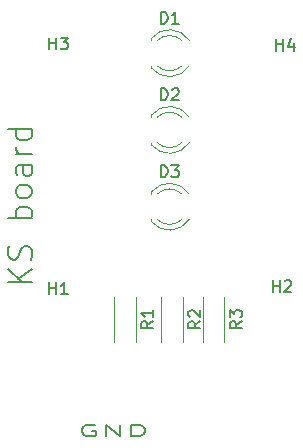
<source format=gbr>
%TF.GenerationSoftware,KiCad,Pcbnew,(5.1.6)-1*%
%TF.CreationDate,2020-07-24T15:46:23+02:00*%
%TF.ProjectId,Traffic_light_for_arduino,54726166-6669-4635-9f6c-696768745f66,rev?*%
%TF.SameCoordinates,Original*%
%TF.FileFunction,Legend,Top*%
%TF.FilePolarity,Positive*%
%FSLAX46Y46*%
G04 Gerber Fmt 4.6, Leading zero omitted, Abs format (unit mm)*
G04 Created by KiCad (PCBNEW (5.1.6)-1) date 2020-07-24 15:46:23*
%MOMM*%
%LPD*%
G01*
G04 APERTURE LIST*
%ADD10C,0.150000*%
%ADD11C,0.120000*%
G04 APERTURE END LIST*
D10*
X126104761Y-95376190D02*
X124104761Y-95376190D01*
X126104761Y-94233333D02*
X124961904Y-95090476D01*
X124104761Y-94233333D02*
X125247619Y-95376190D01*
X126009523Y-93471428D02*
X126104761Y-93185714D01*
X126104761Y-92709523D01*
X126009523Y-92519047D01*
X125914285Y-92423809D01*
X125723809Y-92328571D01*
X125533333Y-92328571D01*
X125342857Y-92423809D01*
X125247619Y-92519047D01*
X125152380Y-92709523D01*
X125057142Y-93090476D01*
X124961904Y-93280952D01*
X124866666Y-93376190D01*
X124676190Y-93471428D01*
X124485714Y-93471428D01*
X124295238Y-93376190D01*
X124200000Y-93280952D01*
X124104761Y-93090476D01*
X124104761Y-92614285D01*
X124200000Y-92328571D01*
X126104761Y-89947619D02*
X124104761Y-89947619D01*
X124866666Y-89947619D02*
X124771428Y-89757142D01*
X124771428Y-89376190D01*
X124866666Y-89185714D01*
X124961904Y-89090476D01*
X125152380Y-88995238D01*
X125723809Y-88995238D01*
X125914285Y-89090476D01*
X126009523Y-89185714D01*
X126104761Y-89376190D01*
X126104761Y-89757142D01*
X126009523Y-89947619D01*
X126104761Y-87852380D02*
X126009523Y-88042857D01*
X125914285Y-88138095D01*
X125723809Y-88233333D01*
X125152380Y-88233333D01*
X124961904Y-88138095D01*
X124866666Y-88042857D01*
X124771428Y-87852380D01*
X124771428Y-87566666D01*
X124866666Y-87376190D01*
X124961904Y-87280952D01*
X125152380Y-87185714D01*
X125723809Y-87185714D01*
X125914285Y-87280952D01*
X126009523Y-87376190D01*
X126104761Y-87566666D01*
X126104761Y-87852380D01*
X126104761Y-85471428D02*
X125057142Y-85471428D01*
X124866666Y-85566666D01*
X124771428Y-85757142D01*
X124771428Y-86138095D01*
X124866666Y-86328571D01*
X126009523Y-85471428D02*
X126104761Y-85661904D01*
X126104761Y-86138095D01*
X126009523Y-86328571D01*
X125819047Y-86423809D01*
X125628571Y-86423809D01*
X125438095Y-86328571D01*
X125342857Y-86138095D01*
X125342857Y-85661904D01*
X125247619Y-85471428D01*
X126104761Y-84519047D02*
X124771428Y-84519047D01*
X125152380Y-84519047D02*
X124961904Y-84423809D01*
X124866666Y-84328571D01*
X124771428Y-84138095D01*
X124771428Y-83947619D01*
X126104761Y-82423809D02*
X124104761Y-82423809D01*
X126009523Y-82423809D02*
X126104761Y-82614285D01*
X126104761Y-82995238D01*
X126009523Y-83185714D01*
X125914285Y-83280952D01*
X125723809Y-83376190D01*
X125152380Y-83376190D01*
X124961904Y-83280952D01*
X124866666Y-83185714D01*
X124771428Y-82995238D01*
X124771428Y-82614285D01*
X124866666Y-82423809D01*
X131476190Y-107500000D02*
X131285714Y-107452380D01*
X131000000Y-107452380D01*
X130714285Y-107500000D01*
X130523809Y-107595238D01*
X130428571Y-107690476D01*
X130333333Y-107880952D01*
X130333333Y-108023809D01*
X130428571Y-108214285D01*
X130523809Y-108309523D01*
X130714285Y-108404761D01*
X131000000Y-108452380D01*
X131190476Y-108452380D01*
X131476190Y-108404761D01*
X131571428Y-108357142D01*
X131571428Y-108023809D01*
X131190476Y-108023809D01*
X132428571Y-108452380D02*
X132428571Y-107452380D01*
X133571428Y-108452380D01*
X133571428Y-107452380D01*
X134523809Y-108452380D02*
X134523809Y-107452380D01*
X135000000Y-107452380D01*
X135285714Y-107500000D01*
X135476190Y-107595238D01*
X135571428Y-107690476D01*
X135666666Y-107880952D01*
X135666666Y-108023809D01*
X135571428Y-108214285D01*
X135476190Y-108309523D01*
X135285714Y-108404761D01*
X135000000Y-108452380D01*
X134523809Y-108452380D01*
D11*
%TO.C,R3*%
X142420000Y-96620000D02*
X142420000Y-100460000D01*
X140580000Y-96620000D02*
X140580000Y-100460000D01*
%TO.C,R2*%
X138920000Y-96620000D02*
X138920000Y-100460000D01*
X137080000Y-96620000D02*
X137080000Y-100460000D01*
%TO.C,R1*%
X134920000Y-96620000D02*
X134920000Y-100460000D01*
X133080000Y-96620000D02*
X133080000Y-100460000D01*
%TO.C,D3*%
X138811130Y-90079837D02*
G75*
G02*
X136729039Y-90080000I-1041130J1079837D01*
G01*
X138811130Y-87920163D02*
G75*
G03*
X136729039Y-87920000I-1041130J-1079837D01*
G01*
X139442335Y-90078608D02*
G75*
G02*
X136210000Y-90235516I-1672335J1078608D01*
G01*
X139442335Y-87921392D02*
G75*
G03*
X136210000Y-87764484I-1672335J-1078608D01*
G01*
X136210000Y-87764000D02*
X136210000Y-87920000D01*
X136210000Y-90080000D02*
X136210000Y-90236000D01*
%TO.C,D2*%
X138811130Y-83579837D02*
G75*
G02*
X136729039Y-83580000I-1041130J1079837D01*
G01*
X138811130Y-81420163D02*
G75*
G03*
X136729039Y-81420000I-1041130J-1079837D01*
G01*
X139442335Y-83578608D02*
G75*
G02*
X136210000Y-83735516I-1672335J1078608D01*
G01*
X139442335Y-81421392D02*
G75*
G03*
X136210000Y-81264484I-1672335J-1078608D01*
G01*
X136210000Y-81264000D02*
X136210000Y-81420000D01*
X136210000Y-83580000D02*
X136210000Y-83736000D01*
%TO.C,D1*%
X138811130Y-77079837D02*
G75*
G02*
X136729039Y-77080000I-1041130J1079837D01*
G01*
X138811130Y-74920163D02*
G75*
G03*
X136729039Y-74920000I-1041130J-1079837D01*
G01*
X139442335Y-77078608D02*
G75*
G02*
X136210000Y-77235516I-1672335J1078608D01*
G01*
X139442335Y-74921392D02*
G75*
G03*
X136210000Y-74764484I-1672335J-1078608D01*
G01*
X136210000Y-74764000D02*
X136210000Y-74920000D01*
X136210000Y-77080000D02*
X136210000Y-77236000D01*
%TO.C,H4*%
D10*
X146813095Y-75777380D02*
X146813095Y-74777380D01*
X146813095Y-75253571D02*
X147384523Y-75253571D01*
X147384523Y-75777380D02*
X147384523Y-74777380D01*
X148289285Y-75110714D02*
X148289285Y-75777380D01*
X148051190Y-74729761D02*
X147813095Y-75444047D01*
X148432142Y-75444047D01*
%TO.C,H3*%
X127588095Y-75677380D02*
X127588095Y-74677380D01*
X127588095Y-75153571D02*
X128159523Y-75153571D01*
X128159523Y-75677380D02*
X128159523Y-74677380D01*
X128540476Y-74677380D02*
X129159523Y-74677380D01*
X128826190Y-75058333D01*
X128969047Y-75058333D01*
X129064285Y-75105952D01*
X129111904Y-75153571D01*
X129159523Y-75248809D01*
X129159523Y-75486904D01*
X129111904Y-75582142D01*
X129064285Y-75629761D01*
X128969047Y-75677380D01*
X128683333Y-75677380D01*
X128588095Y-75629761D01*
X128540476Y-75582142D01*
%TO.C,H2*%
X146513095Y-96202380D02*
X146513095Y-95202380D01*
X146513095Y-95678571D02*
X147084523Y-95678571D01*
X147084523Y-96202380D02*
X147084523Y-95202380D01*
X147513095Y-95297619D02*
X147560714Y-95250000D01*
X147655952Y-95202380D01*
X147894047Y-95202380D01*
X147989285Y-95250000D01*
X148036904Y-95297619D01*
X148084523Y-95392857D01*
X148084523Y-95488095D01*
X148036904Y-95630952D01*
X147465476Y-96202380D01*
X148084523Y-96202380D01*
%TO.C,H1*%
X127588095Y-96402380D02*
X127588095Y-95402380D01*
X127588095Y-95878571D02*
X128159523Y-95878571D01*
X128159523Y-96402380D02*
X128159523Y-95402380D01*
X129159523Y-96402380D02*
X128588095Y-96402380D01*
X128873809Y-96402380D02*
X128873809Y-95402380D01*
X128778571Y-95545238D01*
X128683333Y-95640476D01*
X128588095Y-95688095D01*
%TO.C,R3*%
X143872380Y-98706666D02*
X143396190Y-99040000D01*
X143872380Y-99278095D02*
X142872380Y-99278095D01*
X142872380Y-98897142D01*
X142920000Y-98801904D01*
X142967619Y-98754285D01*
X143062857Y-98706666D01*
X143205714Y-98706666D01*
X143300952Y-98754285D01*
X143348571Y-98801904D01*
X143396190Y-98897142D01*
X143396190Y-99278095D01*
X142872380Y-98373333D02*
X142872380Y-97754285D01*
X143253333Y-98087619D01*
X143253333Y-97944761D01*
X143300952Y-97849523D01*
X143348571Y-97801904D01*
X143443809Y-97754285D01*
X143681904Y-97754285D01*
X143777142Y-97801904D01*
X143824761Y-97849523D01*
X143872380Y-97944761D01*
X143872380Y-98230476D01*
X143824761Y-98325714D01*
X143777142Y-98373333D01*
%TO.C,R2*%
X140372380Y-98706666D02*
X139896190Y-99040000D01*
X140372380Y-99278095D02*
X139372380Y-99278095D01*
X139372380Y-98897142D01*
X139420000Y-98801904D01*
X139467619Y-98754285D01*
X139562857Y-98706666D01*
X139705714Y-98706666D01*
X139800952Y-98754285D01*
X139848571Y-98801904D01*
X139896190Y-98897142D01*
X139896190Y-99278095D01*
X139467619Y-98325714D02*
X139420000Y-98278095D01*
X139372380Y-98182857D01*
X139372380Y-97944761D01*
X139420000Y-97849523D01*
X139467619Y-97801904D01*
X139562857Y-97754285D01*
X139658095Y-97754285D01*
X139800952Y-97801904D01*
X140372380Y-98373333D01*
X140372380Y-97754285D01*
%TO.C,R1*%
X136372380Y-98706666D02*
X135896190Y-99040000D01*
X136372380Y-99278095D02*
X135372380Y-99278095D01*
X135372380Y-98897142D01*
X135420000Y-98801904D01*
X135467619Y-98754285D01*
X135562857Y-98706666D01*
X135705714Y-98706666D01*
X135800952Y-98754285D01*
X135848571Y-98801904D01*
X135896190Y-98897142D01*
X135896190Y-99278095D01*
X136372380Y-97754285D02*
X136372380Y-98325714D01*
X136372380Y-98040000D02*
X135372380Y-98040000D01*
X135515238Y-98135238D01*
X135610476Y-98230476D01*
X135658095Y-98325714D01*
%TO.C,D3*%
X137031904Y-86492380D02*
X137031904Y-85492380D01*
X137270000Y-85492380D01*
X137412857Y-85540000D01*
X137508095Y-85635238D01*
X137555714Y-85730476D01*
X137603333Y-85920952D01*
X137603333Y-86063809D01*
X137555714Y-86254285D01*
X137508095Y-86349523D01*
X137412857Y-86444761D01*
X137270000Y-86492380D01*
X137031904Y-86492380D01*
X137936666Y-85492380D02*
X138555714Y-85492380D01*
X138222380Y-85873333D01*
X138365238Y-85873333D01*
X138460476Y-85920952D01*
X138508095Y-85968571D01*
X138555714Y-86063809D01*
X138555714Y-86301904D01*
X138508095Y-86397142D01*
X138460476Y-86444761D01*
X138365238Y-86492380D01*
X138079523Y-86492380D01*
X137984285Y-86444761D01*
X137936666Y-86397142D01*
%TO.C,D2*%
X137031904Y-79992380D02*
X137031904Y-78992380D01*
X137270000Y-78992380D01*
X137412857Y-79040000D01*
X137508095Y-79135238D01*
X137555714Y-79230476D01*
X137603333Y-79420952D01*
X137603333Y-79563809D01*
X137555714Y-79754285D01*
X137508095Y-79849523D01*
X137412857Y-79944761D01*
X137270000Y-79992380D01*
X137031904Y-79992380D01*
X137984285Y-79087619D02*
X138031904Y-79040000D01*
X138127142Y-78992380D01*
X138365238Y-78992380D01*
X138460476Y-79040000D01*
X138508095Y-79087619D01*
X138555714Y-79182857D01*
X138555714Y-79278095D01*
X138508095Y-79420952D01*
X137936666Y-79992380D01*
X138555714Y-79992380D01*
%TO.C,D1*%
X137031904Y-73492380D02*
X137031904Y-72492380D01*
X137270000Y-72492380D01*
X137412857Y-72540000D01*
X137508095Y-72635238D01*
X137555714Y-72730476D01*
X137603333Y-72920952D01*
X137603333Y-73063809D01*
X137555714Y-73254285D01*
X137508095Y-73349523D01*
X137412857Y-73444761D01*
X137270000Y-73492380D01*
X137031904Y-73492380D01*
X138555714Y-73492380D02*
X137984285Y-73492380D01*
X138270000Y-73492380D02*
X138270000Y-72492380D01*
X138174761Y-72635238D01*
X138079523Y-72730476D01*
X137984285Y-72778095D01*
%TD*%
M02*

</source>
